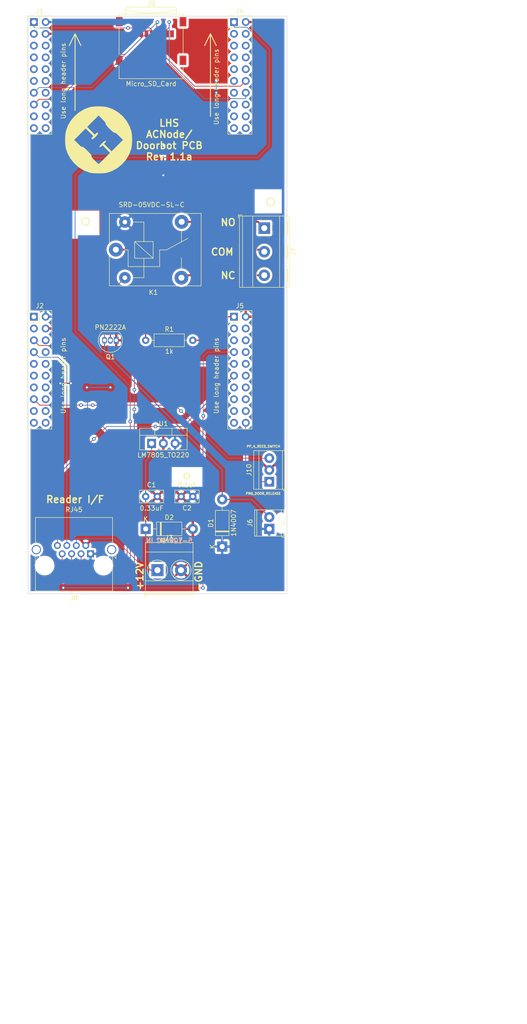
<source format=kicad_pcb>
(kicad_pcb (version 20171130) (host pcbnew "(5.1.10-1-10_14)")
  (layers (0 F.Cu signal) (31 B.Cu signal) (34 B.Paste user) (35 F.Paste user) (36 B.SilkS user) (37 F.SilkS user) (38 B.Mask user) (39 F.Mask user) (44 Edge.Cuts user))
  (net 0 "")
  (net 1 12V)
  (net 2 GND)
  (net 3 5V)
  (net 4 "Net-(D1-Pad2)")
  (net 5 3.3V)
  (net 6 PE_4)
  (net 7 PC_4)
  (net 8 PE_0)
  (net 9 PC_5)
  (net 10 PE_1)
  (net 11 PC_6)
  (net 12 PE_2)
  (net 13 PE_5)
  (net 14 PE_3)
  (net 15 PD_3)
  (net 16 PD_7)
  (net 17 PC_7)
  (net 18 PA_6)
  (net 19 PB_2)
  (net 20 PM_4)
  (net 21 PB_3)
  (net 22 PM_5)
  (net 23 PA_5)
  (net 24 PN_4)
  (net 25 PA_4)
  (net 26 PN_5)
  (net 27 PK_3)
  (net 28 PP_4)
  (net 29 PK_2)
  (net 30 PQ_0)
  (net 31 PK_1)
  (net 32 PD_5)
  (net 33 PK_0)
  (net 34 PD_4)
  (net 35 PB_5)
  (net 36 PP_1)
  (net 37 PB_4)
  (net 38 PP_0)
  (net 39 PD_2)
  (net 40 PF_1)
  (net 41 PF_2)
  (net 42 PM_3)
  (net 43 PF_3)
  (net 44 PH_2)
  (net 45 PG_0)
  (net 46 PH_3)
  (net 47 PL_4)
  (net 48 RST)
  (net 49 PL_5)
  (net 50 PD_1)
  (net 51 PL_0)
  (net 52 PD_0)
  (net 53 PL_1)
  (net 54 PN_2)
  (net 55 PL_2)
  (net 56 PN_3)
  (net 57 PL_3)
  (net 58 PP_2)
  (net 59 PM_6)
  (net 60 PK_7)
  (net 61 PQ_1)
  (net 62 PK_6)
  (net 63 PP_3)
  (net 64 PH_1)
  (net 65 PQ_3)
  (net 66 PH_0)
  (net 67 PQ_2)
  (net 68 PM_2)
  (net 69 PM_1)
  (net 70 PA_7)
  (net 71 PM_0)
  (net 72 PP_5)
  (net 73 PK_5)
  (net 74 PM_7)
  (net 75 PK_4)
  (net 76 PG_1)
  (net 77 "Net-(J7-Pad1)")
  (net 78 "Net-(J7-Pad2)")
  (net 79 "Net-(J7-Pad3)")
  (net 80 "Net-(J9-Pad9)")
  (net 81 "Net-(J9-Pad8)")
  (net 82 "Net-(J9-Pad1)")
  (net 83 "Net-(Q1-Pad2)")
  (module "" (layer F.Cu) (at 81.28 113.03)
    (fp_text reference "" (at 76.2 144.145) (layer F.SilkS) (effects (font (size 1.27 1.27))))
    (fp_text value "" (at 76.2 144.145) (layer F.SilkS) (effects (font (size 1.27 1.27))))
  )
  (module "" (layer F.Cu) (at 81.28 113.03)
    (fp_text reference "" (at 76.2 144.145) (layer F.SilkS) (effects (font (size 1.27 1.27))))
    (fp_text value "" (at 76.2 144.145) (layer F.SilkS) (effects (font (size 1.27 1.27))))
  )
  (module Capacitor_THT:C_Disc_D5.0mm_W2.5mm_P2.50mm (layer F.Cu) (at 76.2 144.145)
    (fp_text reference C1 (at 1.25 -2.5) (layer F.SilkS))
    (fp_text value 0.33uF (at 1.27 2.54) (layer F.SilkS))
    (pad 1 thru_hole circle (at 0 0) (size 1.6 1.6) (drill 0.8) (layers *.Cu *.Mask) (net 1 12V))
    (pad 2 thru_hole circle (at 2.5 0) (size 1.6 1.6) (drill 0.8) (layers *.Cu *.Mask) (net 2 GND))
  )
  (module Capacitor_THT:C_Disc_D5.0mm_W2.5mm_P2.50mm (layer F.Cu) (at 86.36 144.145 180)
    (fp_text reference C2 (at 1.25 -2.5 180) (layer F.SilkS))
    (fp_text value 0.1uF (at 1.25 2.5 180) (layer F.SilkS))
    (pad 2 thru_hole circle (at 2.5 0 180) (size 1.6 1.6) (drill 0.8) (layers *.Cu *.Mask) (net 2 GND))
    (pad 1 thru_hole circle (at 0 0 180) (size 1.6 1.6) (drill 0.8) (layers *.Cu *.Mask) (net 3 5V))
  )
  (module Diode_THT:D_DO-41_SOD81_P10.16mm_Horizontal (layer F.Cu) (at 92.71 154.94 90)
    (fp_text reference D1 (at 5.08 -2.47 90) (layer F.SilkS))
    (fp_text value 1N4007 (at 5.08 2.47 90) (layer F.SilkS))
    (fp_text user K (at 0 -2.1 90) (layer F.SilkS))
    (pad 1 thru_hole rect (at 0 0 90) (size 2.2 2.2) (drill 1.1) (layers *.Cu *.Mask) (net 3 5V))
    (pad 2 thru_hole oval (at 10.16 0 90) (size 2.2 2.2) (drill 1.1) (layers *.Cu *.Mask) (net 4 "Net-(D1-Pad2)"))
  )
  (module Diode_THT:D_DO-41_SOD81_P10.16mm_Horizontal (layer F.Cu) (at 76.2 151.13)
    (fp_text reference D2 (at 5.08 -2.47) (layer F.SilkS))
    (fp_text value 1N4007 (at 5.08 2.47) (layer F.SilkS))
    (fp_text user K (at 0 -2.1) (layer F.SilkS))
    (pad 2 thru_hole oval (at 10.16 0) (size 2.2 2.2) (drill 1.1) (layers *.Cu *.Mask) (net 2 GND))
    (pad 1 thru_hole rect (at 0 0) (size 2.2 2.2) (drill 1.1) (layers *.Cu *.Mask) (net 1 12V))
  )
  (module Connector_PinHeader_2.54mm:PinHeader_2x10_P2.54mm_Vertical (layer F.Cu) (at 52.07 41.91)
    (fp_text reference J1 (at 1.27 -2.33) (layer F.SilkS))
    (fp_text value Conn_02x10_Odd_Even)
    (pad 1 thru_hole rect (at 0 0) (size 1.7 1.7) (drill 1) (layers *.Cu *.Mask) (net 5 3.3V))
    (pad 2 thru_hole oval (at 2.54 0) (size 1.7 1.7) (drill 1) (layers *.Cu *.Mask) (net 3 5V))
    (pad 3 thru_hole oval (at 0 2.54) (size 1.7 1.7) (drill 1) (layers *.Cu *.Mask) (net 6 PE_4))
    (pad 4 thru_hole oval (at 2.54 2.54) (size 1.7 1.7) (drill 1) (layers *.Cu *.Mask) (net 2 GND))
    (pad 5 thru_hole oval (at 0 5.08) (size 1.7 1.7) (drill 1) (layers *.Cu *.Mask) (net 7 PC_4))
    (pad 6 thru_hole oval (at 2.54 5.08) (size 1.7 1.7) (drill 1) (layers *.Cu *.Mask) (net 8 PE_0))
    (pad 7 thru_hole oval (at 0 7.62) (size 1.7 1.7) (drill 1) (layers *.Cu *.Mask) (net 9 PC_5))
    (pad 8 thru_hole oval (at 2.54 7.62) (size 1.7 1.7) (drill 1) (layers *.Cu *.Mask) (net 10 PE_1))
    (pad 9 thru_hole oval (at 0 10.16) (size 1.7 1.7) (drill 1) (layers *.Cu *.Mask) (net 11 PC_6))
    (pad 10 thru_hole oval (at 2.54 10.16) (size 1.7 1.7) (drill 1) (layers *.Cu *.Mask) (net 12 PE_2))
    (pad 11 thru_hole oval (at 0 12.7) (size 1.7 1.7) (drill 1) (layers *.Cu *.Mask) (net 13 PE_5))
    (pad 12 thru_hole oval (at 2.54 12.7) (size 1.7 1.7) (drill 1) (layers *.Cu *.Mask) (net 14 PE_3))
    (pad 13 thru_hole oval (at 0 15.24) (size 1.7 1.7) (drill 1) (layers *.Cu *.Mask) (net 15 PD_3))
    (pad 14 thru_hole oval (at 2.54 15.24) (size 1.7 1.7) (drill 1) (layers *.Cu *.Mask) (net 16 PD_7))
    (pad 15 thru_hole oval (at 0 17.78) (size 1.7 1.7) (drill 1) (layers *.Cu *.Mask) (net 17 PC_7))
    (pad 16 thru_hole oval (at 2.54 17.78) (size 1.7 1.7) (drill 1) (layers *.Cu *.Mask) (net 18 PA_6))
    (pad 17 thru_hole oval (at 0 20.32) (size 1.7 1.7) (drill 1) (layers *.Cu *.Mask) (net 19 PB_2))
    (pad 18 thru_hole oval (at 2.54 20.32) (size 1.7 1.7) (drill 1) (layers *.Cu *.Mask) (net 20 PM_4))
    (pad 19 thru_hole oval (at 0 22.86) (size 1.7 1.7) (drill 1) (layers *.Cu *.Mask) (net 21 PB_3))
    (pad 20 thru_hole oval (at 2.54 22.86) (size 1.7 1.7) (drill 1) (layers *.Cu *.Mask) (net 22 PM_5))
  )
  (module Connector_PinHeader_2.54mm:PinHeader_2x10_P2.54mm_Vertical (layer F.Cu) (at 52.07 105.41)
    (fp_text reference J2 (at 1.27 -2.33) (layer F.SilkS))
    (fp_text value Conn_02x10_Odd_Even)
    (pad 20 thru_hole oval (at 2.54 22.86) (size 1.7 1.7) (drill 1) (layers *.Cu *.Mask) (net 23 PA_5))
    (pad 19 thru_hole oval (at 0 22.86) (size 1.7 1.7) (drill 1) (layers *.Cu *.Mask) (net 24 PN_4))
    (pad 18 thru_hole oval (at 2.54 20.32) (size 1.7 1.7) (drill 1) (layers *.Cu *.Mask) (net 25 PA_4))
    (pad 17 thru_hole oval (at 0 20.32) (size 1.7 1.7) (drill 1) (layers *.Cu *.Mask) (net 26 PN_5))
    (pad 16 thru_hole oval (at 2.54 17.78) (size 1.7 1.7) (drill 1) (layers *.Cu *.Mask) (net 27 PK_3))
    (pad 15 thru_hole oval (at 0 17.78) (size 1.7 1.7) (drill 1) (layers *.Cu *.Mask) (net 28 PP_4))
    (pad 14 thru_hole oval (at 2.54 15.24) (size 1.7 1.7) (drill 1) (layers *.Cu *.Mask) (net 29 PK_2))
    (pad 13 thru_hole oval (at 0 15.24) (size 1.7 1.7) (drill 1) (layers *.Cu *.Mask) (net 30 PQ_0))
    (pad 12 thru_hole oval (at 2.54 12.7) (size 1.7 1.7) (drill 1) (layers *.Cu *.Mask) (net 31 PK_1))
    (pad 11 thru_hole oval (at 0 12.7) (size 1.7 1.7) (drill 1) (layers *.Cu *.Mask) (net 32 PD_5))
    (pad 10 thru_hole oval (at 2.54 10.16) (size 1.7 1.7) (drill 1) (layers *.Cu *.Mask) (net 33 PK_0))
    (pad 9 thru_hole oval (at 0 10.16) (size 1.7 1.7) (drill 1) (layers *.Cu *.Mask) (net 34 PD_4))
    (pad 8 thru_hole oval (at 2.54 7.62) (size 1.7 1.7) (drill 1) (layers *.Cu *.Mask) (net 35 PB_5))
    (pad 7 thru_hole oval (at 0 7.62) (size 1.7 1.7) (drill 1) (layers *.Cu *.Mask) (net 36 PP_1))
    (pad 6 thru_hole oval (at 2.54 5.08) (size 1.7 1.7) (drill 1) (layers *.Cu *.Mask) (net 37 PB_4))
    (pad 5 thru_hole oval (at 0 5.08) (size 1.7 1.7) (drill 1) (layers *.Cu *.Mask) (net 38 PP_0))
    (pad 4 thru_hole oval (at 2.54 2.54) (size 1.7 1.7) (drill 1) (layers *.Cu *.Mask) (net 2 GND))
    (pad 3 thru_hole oval (at 0 2.54) (size 1.7 1.7) (drill 1) (layers *.Cu *.Mask) (net 39 PD_2))
    (pad 2 thru_hole oval (at 2.54 0) (size 1.7 1.7) (drill 1) (layers *.Cu *.Mask) (net 3 5V))
    (pad 1 thru_hole rect (at 0 0) (size 1.7 1.7) (drill 1) (layers *.Cu *.Mask) (net 5 3.3V))
  )
  (module TerminalBlock_Phoenix:TerminalBlock_Phoenix_MKDS-3-2-5.08_1x02_P5.08mm_Horizontal (layer F.Cu) (at 78.74 160.02)
    (fp_text reference J3 (at 2.54 -6.96) (layer F.SilkS))
    (fp_text value Screw_Terminal_01x02)
    (pad 1 thru_hole rect (at 0 0) (size 2.6 2.6) (drill 1.3) (layers *.Cu *.Mask) (net 1 12V))
    (pad 2 thru_hole circle (at 5.08 0) (size 2.6 2.6) (drill 1.3) (layers *.Cu *.Mask) (net 2 GND))
  )
  (module Connector_PinHeader_2.54mm:PinHeader_2x10_P2.54mm_Vertical (layer F.Cu) (at 95.25 41.91)
    (fp_text reference J4 (at 1.27 -2.33) (layer F.SilkS))
    (fp_text value Conn_02x10_Odd_Even)
    (pad 1 thru_hole rect (at 0 0) (size 1.7 1.7) (drill 1) (layers *.Cu *.Mask) (net 40 PF_1))
    (pad 2 thru_hole oval (at 2.54 0) (size 1.7 1.7) (drill 1) (layers *.Cu *.Mask) (net 2 GND))
    (pad 3 thru_hole oval (at 0 2.54) (size 1.7 1.7) (drill 1) (layers *.Cu *.Mask) (net 41 PF_2))
    (pad 4 thru_hole oval (at 2.54 2.54) (size 1.7 1.7) (drill 1) (layers *.Cu *.Mask) (net 42 PM_3))
    (pad 5 thru_hole oval (at 0 5.08) (size 1.7 1.7) (drill 1) (layers *.Cu *.Mask) (net 43 PF_3))
    (pad 6 thru_hole oval (at 2.54 5.08) (size 1.7 1.7) (drill 1) (layers *.Cu *.Mask) (net 44 PH_2))
    (pad 7 thru_hole oval (at 0 7.62) (size 1.7 1.7) (drill 1) (layers *.Cu *.Mask) (net 45 PG_0))
    (pad 8 thru_hole oval (at 2.54 7.62) (size 1.7 1.7) (drill 1) (layers *.Cu *.Mask) (net 46 PH_3))
    (pad 9 thru_hole oval (at 0 10.16) (size 1.7 1.7) (drill 1) (layers *.Cu *.Mask) (net 47 PL_4))
    (pad 10 thru_hole oval (at 2.54 10.16) (size 1.7 1.7) (drill 1) (layers *.Cu *.Mask) (net 48 RST))
    (pad 11 thru_hole oval (at 0 12.7) (size 1.7 1.7) (drill 1) (layers *.Cu *.Mask) (net 49 PL_5))
    (pad 12 thru_hole oval (at 2.54 12.7) (size 1.7 1.7) (drill 1) (layers *.Cu *.Mask) (net 50 PD_1))
    (pad 13 thru_hole oval (at 0 15.24) (size 1.7 1.7) (drill 1) (layers *.Cu *.Mask) (net 51 PL_0))
    (pad 14 thru_hole oval (at 2.54 15.24) (size 1.7 1.7) (drill 1) (layers *.Cu *.Mask) (net 52 PD_0))
    (pad 15 thru_hole oval (at 0 17.78) (size 1.7 1.7) (drill 1) (layers *.Cu *.Mask) (net 53 PL_1))
    (pad 16 thru_hole oval (at 2.54 17.78) (size 1.7 1.7) (drill 1) (layers *.Cu *.Mask) (net 54 PN_2))
    (pad 17 thru_hole oval (at 0 20.32) (size 1.7 1.7) (drill 1) (layers *.Cu *.Mask) (net 55 PL_2))
    (pad 18 thru_hole oval (at 2.54 20.32) (size 1.7 1.7) (drill 1) (layers *.Cu *.Mask) (net 56 PN_3))
    (pad 19 thru_hole oval (at 0 22.86) (size 1.7 1.7) (drill 1) (layers *.Cu *.Mask) (net 57 PL_3))
    (pad 20 thru_hole oval (at 2.54 22.86) (size 1.7 1.7) (drill 1) (layers *.Cu *.Mask) (net 58 PP_2))
  )
  (module Connector_PinHeader_2.54mm:PinHeader_2x10_P2.54mm_Vertical (layer F.Cu) (at 95.25 105.41)
    (fp_text reference J5 (at 1.27 -2.33) (layer F.SilkS))
    (fp_text value Conn_02x10_Odd_Even)
    (pad 20 thru_hole oval (at 2.54 22.86) (size 1.7 1.7) (drill 1) (layers *.Cu *.Mask) (net 59 PM_6))
    (pad 19 thru_hole oval (at 0 22.86) (size 1.7 1.7) (drill 1) (layers *.Cu *.Mask) (net 60 PK_7))
    (pad 18 thru_hole oval (at 2.54 20.32) (size 1.7 1.7) (drill 1) (layers *.Cu *.Mask) (net 61 PQ_1))
    (pad 17 thru_hole oval (at 0 20.32) (size 1.7 1.7) (drill 1) (layers *.Cu *.Mask) (net 62 PK_6))
    (pad 16 thru_hole oval (at 2.54 17.78) (size 1.7 1.7) (drill 1) (layers *.Cu *.Mask) (net 63 PP_3))
    (pad 15 thru_hole oval (at 0 17.78) (size 1.7 1.7) (drill 1) (layers *.Cu *.Mask) (net 64 PH_1))
    (pad 14 thru_hole oval (at 2.54 15.24) (size 1.7 1.7) (drill 1) (layers *.Cu *.Mask) (net 65 PQ_3))
    (pad 13 thru_hole oval (at 0 15.24) (size 1.7 1.7) (drill 1) (layers *.Cu *.Mask) (net 66 PH_0))
    (pad 12 thru_hole oval (at 2.54 12.7) (size 1.7 1.7) (drill 1) (layers *.Cu *.Mask) (net 67 PQ_2))
    (pad 11 thru_hole oval (at 0 12.7) (size 1.7 1.7) (drill 1) (layers *.Cu *.Mask) (net 68 PM_2))
    (pad 10 thru_hole oval (at 2.54 10.16) (size 1.7 1.7) (drill 1) (layers *.Cu *.Mask) (net 48 RST))
    (pad 9 thru_hole oval (at 0 10.16) (size 1.7 1.7) (drill 1) (layers *.Cu *.Mask) (net 69 PM_1))
    (pad 8 thru_hole oval (at 2.54 7.62) (size 1.7 1.7) (drill 1) (layers *.Cu *.Mask) (net 70 PA_7))
    (pad 7 thru_hole oval (at 0 7.62) (size 1.7 1.7) (drill 1) (layers *.Cu *.Mask) (net 71 PM_0))
    (pad 6 thru_hole oval (at 2.54 5.08) (size 1.7 1.7) (drill 1) (layers *.Cu *.Mask) (net 72 PP_5))
    (pad 5 thru_hole oval (at 0 5.08) (size 1.7 1.7) (drill 1) (layers *.Cu *.Mask) (net 73 PK_5))
    (pad 4 thru_hole oval (at 2.54 2.54) (size 1.7 1.7) (drill 1) (layers *.Cu *.Mask) (net 74 PM_7))
    (pad 3 thru_hole oval (at 0 2.54) (size 1.7 1.7) (drill 1) (layers *.Cu *.Mask) (net 75 PK_4))
    (pad 2 thru_hole oval (at 2.54 0) (size 1.7 1.7) (drill 1) (layers *.Cu *.Mask) (net 2 GND))
    (pad 1 thru_hole rect (at 0 0) (size 1.7 1.7) (drill 1) (layers *.Cu *.Mask) (net 76 PG_1))
  )
  (module TerminalBlock_Phoenix:TerminalBlock_Phoenix_MPT-0,5-2-2.54_1x02_P2.54mm_Horizontal (layer F.Cu) (at 102.87 151.13 90)
    (fp_text reference J6 (at 1.27 -4.16 90) (layer F.SilkS))
    (fp_text value Screw_Terminal_01x02)
    (pad 1 thru_hole rect (at 0 0 90) (size 2.2 2.2) (drill 1.1) (layers *.Cu *.Mask) (net 3 5V))
    (pad "" np_thru_hole circle (at 0 2.54 90) (size 1.1 1.1) (drill 1.1) (layers *.Cu *.Mask))
    (pad 2 thru_hole circle (at 2.54 0 90) (size 2.2 2.2) (drill 1.1) (layers *.Cu *.Mask) (net 4 "Net-(D1-Pad2)"))
    (pad "" np_thru_hole circle (at 2.54 2.54 90) (size 1.1 1.1) (drill 1.1) (layers *.Cu *.Mask))
  )
  (module TerminalBlock_RND:TerminalBlock_RND_205-00288_1x03_P5.08mm_Horizontal (layer F.Cu) (at 101.79 86.32 270)
    (fp_text reference J7 (at 5.08 -6.36 270) (layer F.SilkS))
    (fp_text value Screw_Terminal_01x03)
    (pad 1 thru_hole rect (at 0 0 270) (size 2.5 2.5) (drill 1.3) (layers *.Cu *.Mask) (net 77 "Net-(J7-Pad1)"))
    (pad 2 thru_hole circle (at 5.08 0 270) (size 2.5 2.5) (drill 1.3) (layers *.Cu *.Mask) (net 78 "Net-(J7-Pad2)"))
    (pad 3 thru_hole circle (at 10.16 0 270) (size 2.5 2.5) (drill 1.3) (layers *.Cu *.Mask) (net 79 "Net-(J7-Pad3)"))
  )
  (module Connector_RJ:RJ45_Amphenol_RJHSE5380 (layer F.Cu) (at 64.29 156.49 180)
    (fp_text reference J8 (at 3.56 -9.5 180) (layer F.SilkS))
    (fp_text value RJ45 (at 3.56 9.5 180) (layer F.SilkS))
    (pad 1 thru_hole rect (at 0 0 180) (size 1.5 1.5) (drill 0.89) (layers *.Cu *.Mask) (net 3 5V))
    (pad 3 thru_hole circle (at 2.04 0 180) (size 1.5 1.5) (drill 0.89) (layers *.Cu *.Mask) (net 38 PP_0))
    (pad 5 thru_hole circle (at 4.08 0 180) (size 1.5 1.5) (drill 0.89) (layers *.Cu *.Mask) (net 40 PF_1))
    (pad 7 thru_hole circle (at 6.12 0 180) (size 1.5 1.5) (drill 0.89) (layers *.Cu *.Mask) (net 69 PM_1))
    (pad 2 thru_hole circle (at 1.02 1.78 180) (size 1.5 1.5) (drill 0.89) (layers *.Cu *.Mask) (net 2 GND))
    (pad 4 thru_hole circle (at 3.06 1.78 180) (size 1.5 1.5) (drill 0.89) (layers *.Cu *.Mask) (net 71 PM_0))
    (pad 6 thru_hole circle (at 5.1 1.78 180) (size 1.5 1.5) (drill 0.89) (layers *.Cu *.Mask) (net 36 PP_1))
    (pad 8 thru_hole circle (at 7.14 1.78 180) (size 1.5 1.5) (drill 0.89) (layers *.Cu *.Mask) (net 68 PM_2))
    (pad "" np_thru_hole circle (at -2.79 -2.54 180) (size 3.25 3.25) (drill 3.25) (layers *.Cu *.Mask))
    (pad "" np_thru_hole circle (at 9.91 -2.54 180) (size 3.25 3.25) (drill 3.25) (layers *.Cu *.Mask))
    (pad SH thru_hole circle (at 11.69 0.89 180) (size 2 2) (drill 1.57) (layers *.Cu *.Mask))
    (pad SH thru_hole circle (at -4.57 0.89 180) (size 2 2) (drill 1.57) (layers *.Cu *.Mask))
  )
  (module Connector_Card:microSD_HC_Wuerth_693072010801 (layer F.Cu) (at 77.37 46)
    (fp_text reference J9 (at 0 -7.99) (layer F.SilkS))
    (fp_text value Micro_SD_Card (at 0 9.22) (layer F.SilkS))
    (pad 9 smd rect (at 6.875 -4.15) (size 1.45 2) (layers F.Cu F.Paste F.Mask) (net 80 "Net-(J9-Pad9)"))
    (pad 9 smd rect (at -6.875 -4.15) (size 1.45 2) (layers F.Cu F.Paste F.Mask) (net 80 "Net-(J9-Pad9)"))
    (pad 9 smd rect (at -6.875 4.15) (size 1.45 2) (layers F.Cu F.Paste F.Mask) (net 80 "Net-(J9-Pad9)"))
    (pad 9 smd rect (at 6.875 4.15) (size 1.45 2) (layers F.Cu F.Paste F.Mask) (net 80 "Net-(J9-Pad9)"))
    (pad 8 smd rect (at 4.5 -1.55) (size 0.8 1.5) (layers F.Cu F.Paste F.Mask) (net 81 "Net-(J9-Pad8)"))
    (pad 7 smd rect (at 3.4 -1.55) (size 0.8 1.5) (layers F.Cu F.Paste F.Mask) (net 52 PD_0))
    (pad 6 smd rect (at 2.3 -1.55) (size 0.8 1.5) (layers F.Cu F.Paste F.Mask) (net 2 GND))
    (pad 5 smd rect (at 1.2 -1.55) (size 0.8 1.5) (layers F.Cu F.Paste F.Mask) (net 15 PD_3))
    (pad 4 smd rect (at 0.1 -1.55) (size 0.8 1.5) (layers F.Cu F.Paste F.Mask) (net 5 3.3V))
    (pad 3 smd rect (at -1 -1.55) (size 0.8 1.5) (layers F.Cu F.Paste F.Mask) (net 50 PD_1))
    (pad 2 smd rect (at -2.1 -1.55) (size 0.8 1.5) (layers F.Cu F.Paste F.Mask) (net 17 PC_7))
    (pad 1 smd rect (at -3.2 -1.55) (size 0.8 1.5) (layers F.Cu F.Paste F.Mask) (net 82 "Net-(J9-Pad1)"))
  )
  (module TerminalBlock_TE-Connectivity:TerminalBlock_TE_282834-3_1x03_P2.54mm_Horizontal (layer F.Cu) (at 102.87 140.97 90)
    (fp_text reference J10 (at 2.54 -4.37 90) (layer F.SilkS))
    (fp_text value Screw_Terminal_01x03)
    (pad 1 thru_hole rect (at 0 0 90) (size 2.1 2.1) (drill 1.1) (layers *.Cu *.Mask) (net 59 PM_6))
    (pad 2 thru_hole circle (at 2.54 0 90) (size 2.1 2.1) (drill 1.1) (layers *.Cu *.Mask) (net 2 GND))
    (pad 3 thru_hole circle (at 5.08 0 90) (size 2.1 2.1) (drill 1.1) (layers *.Cu *.Mask) (net 28 PP_4))
  )
  (module Relay_THT:Relay_SPDT_SANYOU_SRD_Series_Form_C (layer F.Cu) (at 69.76 90.96)
    (fp_text reference K1 (at 8.1 9.2) (layer F.SilkS))
    (fp_text value SANYOU_SRD_Form_C)
    (pad 2 thru_hole circle (at 1.95 6.05 90) (size 2.5 2.5) (drill 1) (layers *.Cu *.Mask) (net 4 "Net-(D1-Pad2)"))
    (pad 3 thru_hole circle (at 14.15 6.05 90) (size 3 3) (drill 1.3) (layers *.Cu *.Mask) (net 79 "Net-(J7-Pad3)"))
    (pad 4 thru_hole circle (at 14.2 -6 90) (size 3 3) (drill 1.3) (layers *.Cu *.Mask) (net 77 "Net-(J7-Pad1)"))
    (pad 5 thru_hole circle (at 1.95 -5.95 90) (size 2.5 2.5) (drill 1) (layers *.Cu *.Mask) (net 3 5V))
    (pad 1 thru_hole circle (at 0 0 90) (size 3 3) (drill 1.3) (layers *.Cu *.Mask) (net 78 "Net-(J7-Pad2)"))
  )
  (module Package_TO_SOT_THT:TO-92_Inline (layer F.Cu) (at 69.85 110.49 180)
    (fp_text reference Q1 (at 1.27 -3.56 180) (layer F.SilkS))
    (fp_text value PN2222A (at 1.27 2.79 180) (layer F.SilkS))
    (pad 2 thru_hole oval (at 1.27 0 180) (size 1.05 1.5) (drill 0.75) (layers *.Cu *.Mask) (net 83 "Net-(Q1-Pad2)"))
    (pad 3 thru_hole oval (at 2.54 0 180) (size 1.05 1.5) (drill 0.75) (layers *.Cu *.Mask) (net 4 "Net-(D1-Pad2)"))
    (pad 1 thru_hole rect (at 0 0 180) (size 1.05 1.5) (drill 0.75) (layers *.Cu *.Mask) (net 2 GND))
  )
  (module Resistor_THT:R_Axial_DIN0207_L6.3mm_D2.5mm_P10.16mm_Horizontal (layer F.Cu) (at 76.2 110.49)
    (fp_text reference R1 (at 5.08 -2.37) (layer F.SilkS))
    (fp_text value 1k (at 5.08 2.37) (layer F.SilkS))
    (pad 1 thru_hole circle (at 0 0) (size 1.6 1.6) (drill 0.8) (layers *.Cu *.Mask) (net 83 "Net-(Q1-Pad2)"))
    (pad 2 thru_hole oval (at 10.16 0) (size 1.6 1.6) (drill 0.8) (layers *.Cu *.Mask) (net 76 PG_1))
  )
  (module Package_TO_SOT_THT:TO-220-3_Vertical (layer F.Cu) (at 77.47 132.715)
    (fp_text reference U1 (at 2.54 -4.27) (layer F.SilkS))
    (fp_text value LM7805_TO220 (at 2.54 2.5) (layer F.SilkS))
    (pad 1 thru_hole rect (at 0 0) (size 1.905 2) (drill 1.1) (layers *.Cu *.Mask) (net 1 12V))
    (pad 2 thru_hole oval (at 2.54 0) (size 1.905 2) (drill 1.1) (layers *.Cu *.Mask) (net 2 GND))
    (pad 3 thru_hole oval (at 5.08 0) (size 1.905 2) (drill 1.1) (layers *.Cu *.Mask) (net 3 5V))
  )
  (module londonhackspace:londonhackspace (layer F.Cu) (at 66.04 67.31)
    (fp_text reference G*** hide)
    (fp_text value LOGO hide)
  )
  (gr_text SRD-05VDC-SL-C (at 77.47 81.28) (layer F.SilkS) (effects (font (size 1 1))))
  (gr_text "Use long header pins" (at 91.44 118.11 90) (layer F.SilkS) (effects (font (size 1 1))))
  (gr_text "Use long header pins" (at 91.44 55.88 90) (layer F.SilkS) (effects (font (size 1 1))))
  (gr_text "Use long header pins" (at 58.42 54.61 90) (layer F.SilkS) (effects (font (size 1 1))))
  (gr_text "Use long header pins" (at 58.42 118.11 90) (layer F.SilkS) (effects (font (size 1 1))))
  (gr_line (start 90.17 44.45) (end 91.44 46.99) (layer F.SilkS) (width 0.2))
  (gr_line (start 90.17 44.45) (end 88.9 46.99) (layer F.SilkS) (width 0.2))
  (gr_line (start 90.17 62.23) (end 90.17 44.45) (layer F.SilkS) (width 0.2))
  (gr_line (start 60.96 44.45) (end 62.23 46.99) (layer F.SilkS) (width 0.2))
  (gr_line (start 60.96 44.45) (end 59.69 46.99) (layer F.SilkS) (width 0.2))
  (gr_line (start 60.96 60.96) (end 60.96 44.45) (layer F.SilkS) (width 0.2))
  (gr_text COM (at 92.71 91.44) (layer F.SilkS) (effects (font (size 1.5 1.5) (thickness 0.3))))
  (gr_text NO (at 93.98 85.09) (layer F.SilkS) (effects (font (size 1.5 1.5) (thickness 0.3))))
  (gr_text NC (at 93.98 96.52) (layer F.SilkS) (effects (font (size 1.5 1.5) (thickness 0.3))))
  (gr_text "Reader I/F" (at 60.96 144.78) (layer F.SilkS) (effects (font (size 1.5 1.5) (thickness 0.3))))
  (gr_text "5-12V DC IN" (at 81.28 153.67) (layer B.SilkS) (effects (font (size 1 1) (thickness 0.25)) (justify mirror)))
  (gr_text -GND (at 87.63 161.29 90) (layer F.SilkS) (effects (font (size 1.5 1.5) (thickness 0.3))))
  (gr_text +12V (at 74.93 161.29 90) (layer F.SilkS) (effects (font (size 1.5 1.5) (thickness 0.3))))
  (gr_text PP_4_REED_SWITCH (at 101.6 133.35) (layer F.SilkS) (effects (font (size 0.5 0.5) (thickness 0.125))))
  (gr_text PM6_DOOR_RELEASE (at 105.41 143.51) (layer F.SilkS) (effects (font (size 0.5 0.5) (thickness 0.125)) (justify right)))
  (gr_circle (center 63.2 84.89) (end 63.82 85.43) (layer F.SilkS) (width 0.2))
  (gr_circle (center 103.17 80.68) (end 103.93 80.27) (layer F.SilkS) (width 0.2))
  (gr_circle (center 85.09 139.7) (end 85.725 139.7) (layer F.SilkS) (width 0.2))
  (gr_text "LHS\nACNode/\nDoorbot PCB\nRev 1.1a" (at 81.28 67.31) (layer F.SilkS) (effects (font (size 1.5 1.5) (thickness 0.3))))
  (gr_line (start 106.68 40.64) (end 106.68 165.1) (layer Edge.Cuts) (width 0.1))
  (gr_line (start 50.8 40.64) (end 106.68 40.64) (layer Edge.Cuts) (width 0.1))
  (gr_line (start 50.8 165.1) (end 50.8 40.64) (layer Edge.Cuts) (width 0.1))
  (gr_line (start 50.8 165.1) (end 106.68 165.1) (layer Edge.Cuts) (width 0.1))
  (segment (start 77.19 160.02) (end 78.74 160.02) (width 0.25) (layer B.Cu) (net 1))
  (segment (start 76.2 159.03) (end 77.19 160.02) (width 0.25) (layer B.Cu) (net 1))
  (segment (start 76.2 151.13) (end 76.2 159.03) (width 0.25) (layer B.Cu) (net 1))
  (segment (start 76.2 151.13) (end 76.2 144.145) (width 0.25) (layer B.Cu) (net 1))
  (segment (start 77.47 135.255) (end 77.47 132.715) (width 0.25) (layer B.Cu) (net 1))
  (segment (start 76.2 144.145) (end 76.2 136.525) (width 0.25) (layer B.Cu) (net 1))
  (segment (start 76.2 136.525) (end 77.47 135.255) (width 0.25) (layer B.Cu) (net 1))
  (via (at 58.42 163.83) (size 0.8) (drill 0.4) (layers F.Cu B.Cu) (net 2))
  (via (at 72.39 163.83) (size 0.8) (drill 0.4) (layers F.Cu B.Cu) (net 2))
  (segment (start 58.42 163.83) (end 72.39 163.83) (width 0.25) (layer B.Cu) (net 2))
  (via (at 68.58 120.65) (size 0.8) (drill 0.4) (layers F.Cu B.Cu) (net 2))
  (via (at 63.5 120.65) (size 0.8) (drill 0.4) (layers F.Cu B.Cu) (net 2))
  (segment (start 68.58 120.65) (end 63.5 120.65) (width 0.25) (layer B.Cu) (net 2))
  (via (at 91.44 54.61) (size 0.8) (drill 0.4) (layers F.Cu B.Cu) (net 2))
  (via (at 91.44 57.15) (size 0.8) (drill 0.4) (layers F.Cu B.Cu) (net 2))
  (segment (start 91.44 54.61) (end 91.44 57.15) (width 0.25) (layer B.Cu) (net 2))
  (via (at 80.01 68.58) (size 0.8) (drill 0.4) (layers F.Cu B.Cu) (net 3))
  (via (at 80.01 74.93) (size 0.8) (drill 0.4) (layers F.Cu B.Cu) (net 3))
  (segment (start 80.01 68.58) (end 80.01 74.93) (width 0.25) (layer F.Cu) (net 3))
  (via (at 60.071 119.761) (size 0.8) (drill 0.4) (layers F.Cu B.Cu) (net 3))
  (via (at 57.785 119.761) (size 0.8) (drill 0.4) (layers F.Cu B.Cu) (net 3))
  (segment (start 60.071 119.761) (end 57.785 119.761) (width 0.25) (layer F.Cu) (net 3))
  (segment (start 99.06 144.78) (end 102.87 148.59) (width 0.25) (layer B.Cu) (net 4))
  (segment (start 92.71 144.78) (end 99.06 144.78) (width 0.25) (layer B.Cu) (net 4))
  (segment (start 92.71 144.78) (end 92.71 138.43) (width 0.25) (layer B.Cu) (net 4))
  (segment (start 67.31 113.03) (end 67.31 110.49) (width 0.25) (layer B.Cu) (net 4))
  (segment (start 92.71 138.43) (end 67.31 113.03) (width 0.25) (layer B.Cu) (net 4))
  (segment (start 67.31 101.41) (end 71.71 97.01) (width 0.1524) (layer F.Cu) (net 4))
  (segment (start 67.31 110.49) (end 67.31 101.41) (width 0.1524) (layer F.Cu) (net 4))
  (via (at 72.39 43.18) (size 0.8) (drill 0.4) (layers F.Cu B.Cu) (net 5))
  (segment (start 77.1024 43.18) (end 72.39 43.18) (width 0.1524) (layer F.Cu) (net 5))
  (segment (start 77.47 44.45) (end 77.47 43.5476) (width 0.1524) (layer F.Cu) (net 5))
  (segment (start 77.47 43.5476) (end 77.1024 43.18) (width 0.1524) (layer F.Cu) (net 5))
  (segment (start 52.07 42.9124) (end 52.07 41.91) (width 0.1524) (layer B.Cu) (net 5))
  (segment (start 52.3376 43.18) (end 52.07 42.9124) (width 0.1524) (layer B.Cu) (net 5))
  (segment (start 72.39 43.18) (end 52.3376 43.18) (width 0.1524) (layer B.Cu) (net 5))
  (segment (start 78.57 44.45) (end 78.57 42.08) (width 0.1524) (layer F.Cu) (net 15))
  (via (at 78.74 41.91) (size 0.8) (drill 0.4) (layers F.Cu B.Cu) (net 15))
  (segment (start 78.57 42.08) (end 78.74 41.91) (width 0.1524) (layer F.Cu) (net 15))
  (segment (start 52.919999 56.300001) (end 52.07 57.15) (width 0.1524) (layer B.Cu) (net 15))
  (segment (start 53.196201 56.023799) (end 52.919999 56.300001) (width 0.1524) (layer B.Cu) (net 15))
  (segment (start 64.626201 56.023799) (end 53.196201 56.023799) (width 0.1524) (layer B.Cu) (net 15))
  (segment (start 78.74 41.91) (end 64.626201 56.023799) (width 0.1524) (layer B.Cu) (net 15))
  (segment (start 52.919999 58.840001) (end 52.07 59.69) (width 0.1524) (layer F.Cu) (net 17))
  (segment (start 53.196201 58.563799) (end 52.919999 58.840001) (width 0.1524) (layer F.Cu) (net 17))
  (segment (start 57.402979 58.563799) (end 53.196201 58.563799) (width 0.1524) (layer F.Cu) (net 17))
  (segment (start 67.092979 48.873799) (end 57.402979 58.563799) (width 0.1524) (layer F.Cu) (net 17))
  (segment (start 71.748601 48.873799) (end 67.092979 48.873799) (width 0.1524) (layer F.Cu) (net 17))
  (segment (start 75.27 45.3524) (end 71.748601 48.873799) (width 0.1524) (layer F.Cu) (net 17))
  (segment (start 75.27 44.45) (end 75.27 45.3524) (width 0.1524) (layer F.Cu) (net 17))
  (segment (start 102.87 135.89) (end 93.98 135.89) (width 0.1524) (layer B.Cu) (net 28))
  (via (at 83.82 125.73) (size 0.8) (drill 0.4) (layers F.Cu B.Cu) (net 28))
  (segment (start 93.98 135.89) (end 83.82 125.73) (width 0.1524) (layer B.Cu) (net 28))
  (segment (start 83.82 125.73) (end 82.55 124.46) (width 0.1524) (layer F.Cu) (net 28))
  (via (at 64.77 124.46) (size 0.8) (drill 0.4) (layers F.Cu B.Cu) (net 28))
  (segment (start 82.55 124.46) (end 64.77 124.46) (width 0.1524) (layer F.Cu) (net 28))
  (segment (start 64.77 124.46) (end 62.23 124.46) (width 0.1524) (layer B.Cu) (net 28))
  (via (at 62.23 124.46) (size 0.8) (drill 0.4) (layers F.Cu B.Cu) (net 28))
  (segment (start 53.34 124.46) (end 52.07 123.19) (width 0.1524) (layer F.Cu) (net 28))
  (segment (start 62.23 124.46) (end 53.34 124.46) (width 0.1524) (layer F.Cu) (net 28))
  (segment (start 52.919999 113.879999) (end 52.07 113.03) (width 0.1524) (layer B.Cu) (net 36))
  (segment (start 53.196201 114.156201) (end 52.919999 113.879999) (width 0.1524) (layer B.Cu) (net 36))
  (segment (start 57.336201 114.156201) (end 53.196201 114.156201) (width 0.1524) (layer B.Cu) (net 36))
  (segment (start 59.19 116.01) (end 57.336201 114.156201) (width 0.1524) (layer B.Cu) (net 36))
  (segment (start 59.19 154.71) (end 59.19 116.01) (width 0.1524) (layer B.Cu) (net 36))
  (segment (start 62.25 156.49) (end 62.25 161.02) (width 0.1524) (layer F.Cu) (net 38))
  (segment (start 62.25 161.02) (end 62.26 161.03) (width 0.1524) (layer F.Cu) (net 38))
  (segment (start 72.19 134.28) (end 63.64 125.73) (width 0.1524) (layer F.Cu) (net 38))
  (segment (start 63.64 125.73) (end 63.64 123.06) (width 0.1524) (layer F.Cu) (net 38))
  (segment (start 63.64 123.06) (end 61.75 121.17) (width 0.1524) (layer F.Cu) (net 38))
  (segment (start 61.75 121.17) (end 61.75 117.04) (width 0.1524) (layer F.Cu) (net 38))
  (segment (start 53.196201 111.616201) (end 52.919999 111.339999) (width 0.1524) (layer F.Cu) (net 38))
  (segment (start 56.326201 111.616201) (end 53.196201 111.616201) (width 0.1524) (layer F.Cu) (net 38))
  (segment (start 52.919999 111.339999) (end 52.07 110.49) (width 0.1524) (layer F.Cu) (net 38))
  (segment (start 61.75 117.04) (end 56.326201 111.616201) (width 0.1524) (layer F.Cu) (net 38))
  (segment (start 62.25 161.02) (end 62.25 161.35) (width 0.1524) (layer F.Cu) (net 38))
  (segment (start 62.25 161.35) (end 72.17 161.35) (width 0.1524) (layer F.Cu) (net 38))
  (segment (start 72.17 161.17) (end 72.19 161.15) (width 0.1524) (layer F.Cu) (net 38))
  (segment (start 72.17 161.35) (end 72.17 161.17) (width 0.1524) (layer F.Cu) (net 38))
  (segment (start 72.19 161.24) (end 72.19 161.15) (width 0.1524) (layer F.Cu) (net 38))
  (segment (start 72.19 161.15) (end 72.19 134.28) (width 0.1524) (layer F.Cu) (net 38))
  (segment (start 95.25 42.9124) (end 95.25 41.91) (width 0.1524) (layer B.Cu) (net 40))
  (segment (start 95.373801 43.036201) (end 95.25 42.9124) (width 0.1524) (layer B.Cu) (net 40))
  (segment (start 98.042979 43.036201) (end 95.373801 43.036201) (width 0.1524) (layer B.Cu) (net 40))
  (segment (start 102.87 47.863222) (end 98.042979 43.036201) (width 0.1524) (layer B.Cu) (net 40))
  (segment (start 102.87 68.58) (end 102.87 47.863222) (width 0.1524) (layer B.Cu) (net 40))
  (segment (start 64.77 71.12) (end 100.33 71.12) (width 0.1524) (layer B.Cu) (net 40))
  (segment (start 100.33 71.12) (end 102.87 68.58) (width 0.1524) (layer B.Cu) (net 40))
  (segment (start 60.96 74.93) (end 64.77 71.12) (width 0.1524) (layer B.Cu) (net 40))
  (segment (start 60.21 156.49) (end 60.21 161.63) (width 0.1524) (layer F.Cu) (net 40))
  (segment (start 60.21 161.63) (end 60.18 161.66) (width 0.1524) (layer F.Cu) (net 40))
  (segment (start 60.2 161.96) (end 72.89 161.96) (width 0.1524) (layer F.Cu) (net 40))
  (segment (start 72.87 161.66) (end 72.88 161.65) (width 0.1524) (layer F.Cu) (net 40))
  (via (at 72.86 127.98) (size 0.8) (drill 0.4) (layers F.Cu B.Cu) (net 40))
  (segment (start 72.88 161.65) (end 72.88 128) (width 0.1524) (layer F.Cu) (net 40))
  (segment (start 72.88 128) (end 72.86 127.98) (width 0.1524) (layer F.Cu) (net 40))
  (segment (start 72.86 127.98) (end 72.86 120.41) (width 0.1524) (layer B.Cu) (net 40))
  (segment (start 60.96 108.51) (end 60.96 74.93) (width 0.1524) (layer B.Cu) (net 40))
  (segment (start 72.86 120.41) (end 60.96 108.51) (width 0.1524) (layer B.Cu) (net 40))
  (segment (start 72.88 161.95) (end 72.89 161.96) (width 0.1524) (layer F.Cu) (net 40))
  (segment (start 72.88 161.65) (end 72.88 161.95) (width 0.1524) (layer F.Cu) (net 40))
  (segment (start 60.21 161.95) (end 60.2 161.96) (width 0.1524) (layer F.Cu) (net 40))
  (segment (start 60.21 161.63) (end 60.21 161.95) (width 0.1524) (layer F.Cu) (net 40))
  (segment (start 96.940001 55.459999) (end 97.79 54.61) (width 0.1524) (layer F.Cu) (net 50))
  (segment (start 96.663799 55.736201) (end 96.940001 55.459999) (width 0.1524) (layer F.Cu) (net 50))
  (segment (start 86.753801 55.736201) (end 96.663799 55.736201) (width 0.1524) (layer F.Cu) (net 50))
  (segment (start 76.37 45.3524) (end 86.753801 55.736201) (width 0.1524) (layer F.Cu) (net 50))
  (segment (start 76.37 44.45) (end 76.37 45.3524) (width 0.1524) (layer F.Cu) (net 50))
  (via (at 81.28 41.91) (size 0.8) (drill 0.4) (layers F.Cu B.Cu) (net 52))
  (segment (start 81.28 43.0376) (end 81.28 41.91) (width 0.1524) (layer F.Cu) (net 52))
  (segment (start 80.77 44.45) (end 80.77 43.5476) (width 0.1524) (layer F.Cu) (net 52))
  (segment (start 80.77 43.5476) (end 81.28 43.0376) (width 0.1524) (layer F.Cu) (net 52))
  (segment (start 97.79 58.42) (end 97.79 57.15) (width 0.1524) (layer B.Cu) (net 52))
  (segment (start 88.9 58.42) (end 97.79 58.42) (width 0.1524) (layer B.Cu) (net 52))
  (segment (start 81.28 41.91) (end 81.28 50.8) (width 0.1524) (layer B.Cu) (net 52))
  (segment (start 81.28 50.8) (end 88.9 58.42) (width 0.1524) (layer B.Cu) (net 52))
  (segment (start 97.79 128.27) (end 97.79 138.43) (width 0.1524) (layer F.Cu) (net 59))
  (segment (start 100.33 140.97) (end 102.87 140.97) (width 0.1524) (layer F.Cu) (net 59))
  (segment (start 97.79 138.43) (end 100.33 140.97) (width 0.1524) (layer F.Cu) (net 59))
  (segment (start 57.15 154.71) (end 57.15 139.61) (width 0.1524) (layer F.Cu) (net 68))
  (via (at 65.02 131.74) (size 0.8) (drill 0.4) (layers F.Cu B.Cu) (net 68))
  (segment (start 57.15 139.61) (end 65.02 131.74) (width 0.1524) (layer F.Cu) (net 68))
  (segment (start 65.419999 131.340001) (end 65.509999 131.340001) (width 0.1524) (layer B.Cu) (net 68))
  (segment (start 65.02 131.74) (end 65.419999 131.340001) (width 0.1524) (layer B.Cu) (net 68))
  (segment (start 65.509999 131.340001) (end 67.79 129.06) (width 0.1524) (layer B.Cu) (net 68))
  (via (at 78.31 129.06) (size 0.8) (drill 0.4) (layers F.Cu B.Cu) (net 68))
  (segment (start 67.79 129.06) (end 78.31 129.06) (width 0.1524) (layer B.Cu) (net 68))
  (segment (start 84.3 129.06) (end 95.25 118.11) (width 0.1524) (layer F.Cu) (net 68))
  (segment (start 78.31 129.06) (end 84.3 129.06) (width 0.1524) (layer F.Cu) (net 68))
  (segment (start 58.17 156.49) (end 58.17 162.42) (width 0.1524) (layer F.Cu) (net 69))
  (segment (start 58.17 162.42) (end 73.75 162.42) (width 0.1524) (layer F.Cu) (net 69))
  (segment (start 73.75 162.42) (end 73.75 128.86) (width 0.1524) (layer F.Cu) (net 69))
  (segment (start 73.75 128.86) (end 73.75 125.38) (width 0.1524) (layer F.Cu) (net 69))
  (via (at 73.75 125.38) (size 0.8) (drill 0.4) (layers F.Cu B.Cu) (net 69))
  (segment (start 73.75 125.38) (end 73.75 124.814315) (width 0.1524) (layer B.Cu) (net 69))
  (segment (start 73.75 124.814315) (end 73.75 121.15) (width 0.1524) (layer B.Cu) (net 69))
  (via (at 73.75 121.15) (size 0.8) (drill 0.4) (layers F.Cu B.Cu) (net 69))
  (segment (start 73.75 121.15) (end 73.75 117.08) (width 0.1524) (layer F.Cu) (net 69))
  (segment (start 75.26 115.57) (end 95.25 115.57) (width 0.1524) (layer F.Cu) (net 69))
  (segment (start 73.75 117.08) (end 75.26 115.57) (width 0.1524) (layer F.Cu) (net 69))
  (segment (start 61.23 154.71) (end 61.23 153.59) (width 0.1524) (layer B.Cu) (net 71))
  (segment (start 61.23 153.59) (end 61.58 153.24) (width 0.1524) (layer B.Cu) (net 71))
  (segment (start 68.388778 153.24) (end 68.408778 153.22) (width 0.1524) (layer B.Cu) (net 71))
  (segment (start 61.58 153.24) (end 68.388778 153.24) (width 0.1524) (layer B.Cu) (net 71))
  (segment (start 68.408778 153.22) (end 69.48 153.22) (width 0.1524) (layer B.Cu) (net 71))
  (segment (start 69.48 153.22) (end 75.03 158.77) (width 0.1524) (layer B.Cu) (net 71))
  (segment (start 75.03 158.77) (end 75.03 159.407162) (width 0.1524) (layer B.Cu) (net 71))
  (segment (start 75.03 159.407162) (end 75.03 163.37) (width 0.1524) (layer B.Cu) (net 71))
  (segment (start 75.03 163.37) (end 75.51 163.85) (width 0.1524) (layer B.Cu) (net 71))
  (via (at 88.56 163.85) (size 0.8) (drill 0.4) (layers F.Cu B.Cu) (net 71))
  (segment (start 75.51 163.85) (end 88.56 163.85) (width 0.1524) (layer B.Cu) (net 71))
  (segment (start 88.56 163.85) (end 88.56 126.83) (width 0.1524) (layer F.Cu) (net 71))
  (via (at 88.62 126.77) (size 0.8) (drill 0.4) (layers F.Cu B.Cu) (net 71))
  (segment (start 88.56 126.83) (end 88.62 126.77) (width 0.1524) (layer F.Cu) (net 71))
  (segment (start 88.62 126.77) (end 88.62 114) (width 0.1524) (layer B.Cu) (net 71))
  (segment (start 89.59 113.03) (end 95.25 113.03) (width 0.1524) (layer B.Cu) (net 71))
  (segment (start 88.62 114) (end 89.59 113.03) (width 0.1524) (layer B.Cu) (net 71))
  (segment (start 86.36 110.49) (end 87.63 110.49) (width 0.25) (layer F.Cu) (net 76))
  (segment (start 92.71 105.41) (end 95.25 105.41) (width 0.25) (layer F.Cu) (net 76))
  (segment (start 87.63 110.49) (end 92.71 105.41) (width 0.25) (layer F.Cu) (net 76))
  (segment (start 100.43 84.96) (end 101.79 86.32) (width 0.4064) (layer F.Cu) (net 77))
  (segment (start 83.96 84.96) (end 100.43 84.96) (width 0.4064) (layer F.Cu) (net 77))
  (segment (start 101.35 90.96) (end 101.79 91.4) (width 0.4064) (layer F.Cu) (net 78))
  (segment (start 69.76 90.96) (end 101.35 90.96) (width 0.4064) (layer F.Cu) (net 78))
  (segment (start 84.44 96.48) (end 83.91 97.01) (width 0.4064) (layer F.Cu) (net 79))
  (segment (start 101.79 96.48) (end 84.44 96.48) (width 0.4064) (layer F.Cu) (net 79))
  (segment (start 68.58 110.49) (end 68.58 107.95) (width 0.25) (layer F.Cu) (net 83))
  (segment (start 68.58 107.95) (end 76.2 107.95) (width 0.25) (layer F.Cu) (net 83))
  (segment (start 76.2 107.95) (end 76.2 110.49) (width 0.25) (layer F.Cu) (net 83))
  (zone (net 2) (net_name GND) (layer F.Cu) (connect_pads (clearance 0.508)) (min_thickness 0.254) (fill yes (arc_segments 16) (thermal_gap 0.508) (thermal_bridge_width 0.508))
    (polygon (pts (xy 106.68 165.1) (xy 106.68 40.64) (xy 50.8 40.64) (xy 50.8 165.1)))
    (polygon (pts (xy 59.85 82.54) (xy 66.22 82.54) (xy 66.24 88.59) (xy 59.85 88.61)))
    (polygon (pts (xy 99.37 77.02) (xy 106 77.05) (xy 105.97 83.16) (xy 99.37 83.19)))
    (polygon (pts (xy 81.69 137.25) (xy 81.69 142.54) (xy 88.1 142.49) (xy 88.07 137.22)))
  )
  (zone (net 3) (net_name 5V) (layer B.Cu) (connect_pads (clearance 0.508)) (min_thickness 0.254) (fill yes (arc_segments 16) (thermal_gap 0.508) (thermal_bridge_width 0.508))
    (polygon (pts (xy 106.68 40.64) (xy 106.68 165.1) (xy 50.8 165.1) (xy 50.8 40.64)))
    (polygon (pts (xy 81.81 137.8) (xy 88.44 137.81) (xy 88.45 142.06) (xy 81.79 142.05)))
    (polygon (pts (xy 99.7 77.95) (xy 105.56 77.95) (xy 105.56 83.17) (xy 99.71 83.16)))
    (polygon (pts (xy 61.18 82.46) (xy 61.17 87.86) (xy 66.39 87.86) (xy 66.39 82.45)))
  )
)
</source>
